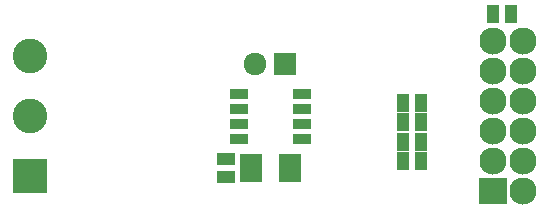
<source format=gts>
G04 #@! TF.FileFunction,Soldermask,Top*
%FSLAX46Y46*%
G04 Gerber Fmt 4.6, Leading zero omitted, Abs format (unit mm)*
G04 Created by KiCad (PCBNEW 4.0.2+dfsg1-stable) date jeu. 13 juil. 2017 18:44:21 CEST*
%MOMM*%
G01*
G04 APERTURE LIST*
%ADD10C,0.100000*%
%ADD11R,1.035000X1.543000*%
%ADD12R,2.400000X2.300000*%
%ADD13C,2.300000*%
%ADD14R,1.543000X1.035000*%
%ADD15R,1.924000X1.924000*%
%ADD16C,1.924000*%
%ADD17R,2.940000X2.940000*%
%ADD18C,2.940000*%
%ADD19R,1.924000X2.432000*%
%ADD20R,1.543000X0.908000*%
G04 APERTURE END LIST*
D10*
D11*
X167309800Y-96304100D03*
X168833800Y-96304100D03*
D12*
X167309800Y-111350000D03*
D13*
X167309800Y-108810000D03*
X167309800Y-106270000D03*
X167309800Y-103730000D03*
X167309800Y-101190000D03*
X167309800Y-98650000D03*
X169849800Y-111350000D03*
X169849800Y-108810000D03*
X169849800Y-106270000D03*
X169849800Y-103730000D03*
X169849800Y-101190000D03*
X169849800Y-98650000D03*
D14*
X144716500Y-108648500D03*
X144716500Y-110172500D03*
D15*
X149771100Y-100558600D03*
D16*
X147231100Y-100558600D03*
D17*
X128181100Y-110080000D03*
D18*
X128181100Y-99920000D03*
X128181100Y-105000000D03*
D19*
X146850100Y-109410500D03*
X150152100Y-109410500D03*
D20*
X145834100Y-106905000D03*
X151168100Y-106905000D03*
X145834100Y-105635000D03*
X145834100Y-104365000D03*
X145834100Y-103095000D03*
X151168100Y-105635000D03*
X151168100Y-104365000D03*
X151168100Y-103095000D03*
D11*
X161277300Y-108813600D03*
X159753300Y-108813600D03*
X161277300Y-105511600D03*
X159753300Y-105511600D03*
X161277300Y-103860600D03*
X159753300Y-103860600D03*
X159753300Y-107162600D03*
X161277300Y-107162600D03*
M02*

</source>
